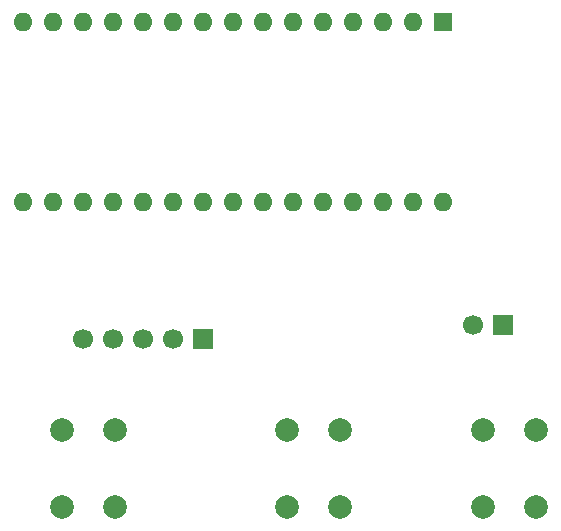
<source format=gbr>
%TF.GenerationSoftware,KiCad,Pcbnew,9.0.3*%
%TF.CreationDate,2025-08-08T18:34:11-07:00*%
%TF.ProjectId,FerrisWheelOrganizer,46657272-6973-4576-9865-656c4f726761,rev?*%
%TF.SameCoordinates,Original*%
%TF.FileFunction,Soldermask,Top*%
%TF.FilePolarity,Negative*%
%FSLAX46Y46*%
G04 Gerber Fmt 4.6, Leading zero omitted, Abs format (unit mm)*
G04 Created by KiCad (PCBNEW 9.0.3) date 2025-08-08 18:34:11*
%MOMM*%
%LPD*%
G01*
G04 APERTURE LIST*
%ADD10R,1.600000X1.600000*%
%ADD11O,1.600000X1.600000*%
%ADD12C,2.000000*%
%ADD13R,1.700000X1.700000*%
%ADD14C,1.700000*%
G04 APERTURE END LIST*
D10*
%TO.C,A1*%
X191897000Y-55118000D03*
D11*
X189357000Y-55118000D03*
X186817000Y-55118000D03*
X184277000Y-55118000D03*
X181737000Y-55118000D03*
X179197000Y-55118000D03*
X176657000Y-55118000D03*
X174117000Y-55118000D03*
X171577000Y-55118000D03*
X169037000Y-55118000D03*
X166497000Y-55118000D03*
X163957000Y-55118000D03*
X161417000Y-55118000D03*
X158877000Y-55118000D03*
X156337000Y-55118000D03*
X156337000Y-70358000D03*
X158877000Y-70358000D03*
X161417000Y-70358000D03*
X163957000Y-70358000D03*
X166497000Y-70358000D03*
X169037000Y-70358000D03*
X171577000Y-70358000D03*
X174117000Y-70358000D03*
X176657000Y-70358000D03*
X179197000Y-70358000D03*
X181737000Y-70358000D03*
X184277000Y-70358000D03*
X186817000Y-70358000D03*
X189357000Y-70358000D03*
X191897000Y-70358000D03*
%TD*%
D12*
%TO.C,SW3*%
X183225000Y-89618750D03*
X183225000Y-96118750D03*
X178725000Y-89618750D03*
X178725000Y-96118750D03*
%TD*%
D13*
%TO.C,BT1*%
X196977000Y-80772000D03*
D14*
X194437000Y-80772000D03*
%TD*%
D12*
%TO.C,SW2*%
X164175000Y-89618750D03*
X164175000Y-96118750D03*
X159675000Y-89618750D03*
X159675000Y-96118750D03*
%TD*%
D13*
%TO.C,J1*%
X171577000Y-81915000D03*
D14*
X169037000Y-81915000D03*
X166497000Y-81915000D03*
X163957000Y-81915000D03*
X161417000Y-81915000D03*
%TD*%
D12*
%TO.C,SW1*%
X199762500Y-89618750D03*
X199762500Y-96118750D03*
X195262500Y-89618750D03*
X195262500Y-96118750D03*
%TD*%
M02*

</source>
